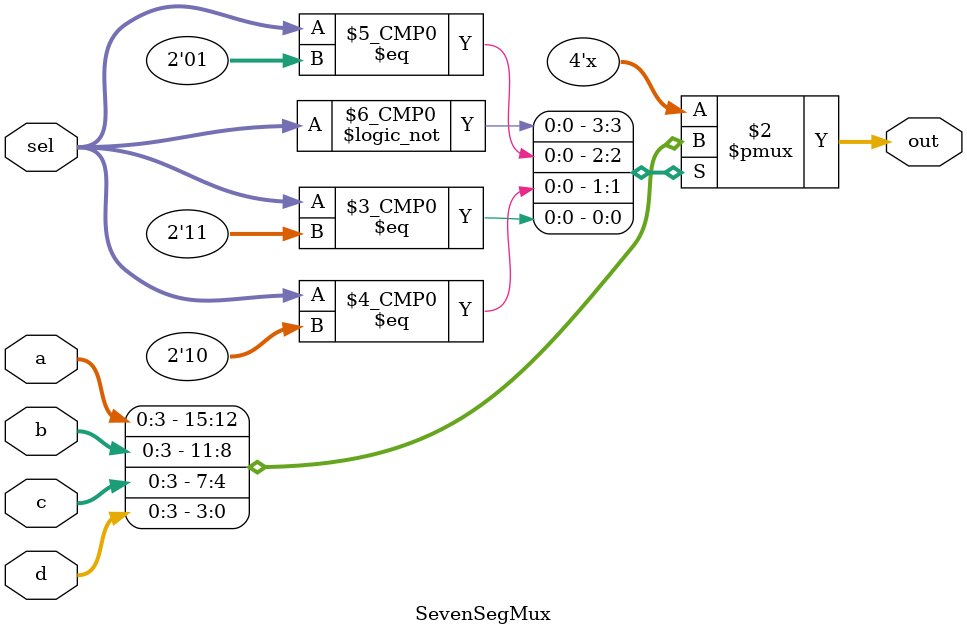
<source format=v>
module SevenSegMux(
output reg [0:3] out, 
input [0:3] a, b, c, d, 
input [0:1] sel
);
	 //Simple 4 to 1 Mux that inputs 4 BCD digits and muxes them into BCD to 7seg led encoder, subsequently
always @(sel, a, b, c, d)
case(sel)
	0:	out=a;
	1:	out=b;
	2:	out=c;
	3:	out=d;
default: out=4'bx;
endcase
endmodule


</source>
